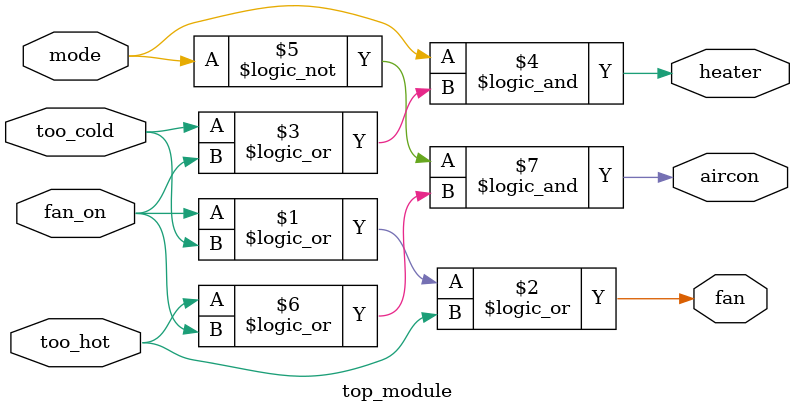
<source format=sv>
module top_module(
	input mode,
	input too_cold, 
	input too_hot,
	input fan_on,
	output heater,
	output aircon,
	output fan
);

	// Control the fan
	assign fan = fan_on || too_cold || too_hot;

	// Control the heater
	assign heater = mode && (too_cold || fan_on);

	// Control the air conditioner
	assign aircon = !mode && (too_hot || fan_on);
endmodule

</source>
